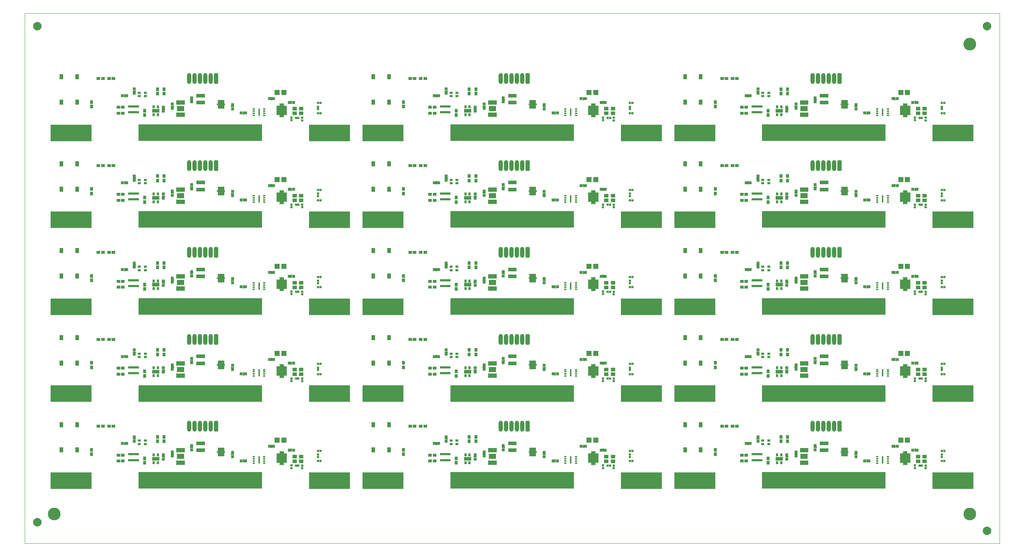
<source format=gts>
G04*
G04 #@! TF.GenerationSoftware,Altium Limited,Altium Designer,21.4.1 (30)*
G04*
G04 Layer_Color=8388736*
%FSLAX44Y44*%
%MOMM*%
G71*
G04*
G04 #@! TF.SameCoordinates,2D73B175-FFCD-4784-8361-F00341A9FACE*
G04*
G04*
G04 #@! TF.FilePolarity,Negative*
G04*
G01*
G75*
%ADD41C,0.1000*%
%ADD44C,2.0000*%
%ADD51R,1.6000X2.0000*%
%ADD52R,1.0800X3.2800*%
%ADD53R,2.4900X2.2800*%
%ADD54C,3.0000*%
%ADD55R,0.7032X0.8532*%
%ADD56R,0.9032X1.2032*%
%ADD57R,0.5532X0.7532*%
%ADD58R,1.8032X0.9032*%
%ADD59R,0.7032X0.5032*%
%ADD60R,0.9532X0.8032*%
%ADD61R,1.0032X0.9032*%
%ADD62R,0.7532X0.4032*%
%ADD63R,0.4032X0.7532*%
%ADD64R,1.2632X1.2232*%
%ADD65R,0.5032X0.5032*%
%ADD66R,0.3200X1.7200*%
%ADD67R,0.6200X0.3700*%
G04:AMPARAMS|DCode=68|XSize=2.6032mm|YSize=0.9632mm|CornerRadius=0mm|HoleSize=0mm|Usage=FLASHONLY|Rotation=270.000|XOffset=0mm|YOffset=0mm|HoleType=Round|Shape=Octagon|*
%AMOCTAGOND68*
4,1,8,-0.2408,-1.3016,0.2408,-1.3016,0.4816,-1.0608,0.4816,1.0608,0.2408,1.3016,-0.2408,1.3016,-0.4816,1.0608,-0.4816,-1.0608,-0.2408,-1.3016,0.0*
%
%ADD68OCTAGOND68*%

%ADD69O,0.9632X2.6032*%
%ADD70R,0.4800X0.3100*%
%ADD71R,0.4800X0.2800*%
%ADD72R,0.2800X0.4800*%
%ADD73R,0.7600X0.8000*%
%ADD74R,0.5032X0.5032*%
%ADD75R,9.7032X4.0032*%
%ADD76R,0.5032X1.0532*%
%ADD77R,1.8032X1.1832*%
%ADD78R,0.6400X0.5900*%
%ADD79R,29.2032X4.0032*%
%ADD80R,0.8000X0.7600*%
%ADD81R,0.8032X0.9532*%
G36*
X1733600Y1067186D02*
X1726000D01*
Y1069786D01*
X1733600D01*
Y1067186D01*
D02*
G37*
G36*
X998200D02*
X990600D01*
Y1069786D01*
X998200D01*
Y1067186D01*
D02*
G37*
G36*
X262800D02*
X255200D01*
Y1069786D01*
X262800D01*
Y1067186D01*
D02*
G37*
G36*
X1708200Y1053885D02*
X1705600D01*
Y1061486D01*
X1708200D01*
Y1053885D01*
D02*
G37*
G36*
X972800D02*
X970200D01*
Y1061486D01*
X972800D01*
Y1053885D01*
D02*
G37*
G36*
X237400D02*
X234800D01*
Y1061486D01*
X237400D01*
Y1053885D01*
D02*
G37*
G36*
X2054600Y1047186D02*
X2052000D01*
Y1054786D01*
X2054600D01*
Y1047186D01*
D02*
G37*
G36*
X1319200D02*
X1316600D01*
Y1054786D01*
X1319200D01*
Y1047186D01*
D02*
G37*
G36*
X583800D02*
X581200D01*
Y1054786D01*
X583800D01*
Y1047186D01*
D02*
G37*
G36*
X1868600Y1046786D02*
X1861000D01*
Y1049386D01*
X1868600D01*
Y1046786D01*
D02*
G37*
G36*
X1133200D02*
X1125600D01*
Y1049386D01*
X1133200D01*
Y1046786D01*
D02*
G37*
G36*
X397800D02*
X390200D01*
Y1049386D01*
X397800D01*
Y1046786D01*
D02*
G37*
G36*
X2101500Y1038186D02*
X2098900D01*
Y1045786D01*
X2101500D01*
Y1038186D01*
D02*
G37*
G36*
X1366100D02*
X1363500D01*
Y1045786D01*
X1366100D01*
Y1038186D01*
D02*
G37*
G36*
X630700D02*
X628100D01*
Y1045786D01*
X630700D01*
Y1038186D01*
D02*
G37*
G36*
X1823300Y1031685D02*
X1815700D01*
Y1034286D01*
X1823300D01*
Y1031685D01*
D02*
G37*
G36*
X1087900D02*
X1080300D01*
Y1034286D01*
X1087900D01*
Y1031685D01*
D02*
G37*
G36*
X352500D02*
X344900D01*
Y1034286D01*
X352500D01*
Y1031685D01*
D02*
G37*
G36*
X1965000Y1030585D02*
X1957400D01*
Y1033186D01*
X1965000D01*
Y1030585D01*
D02*
G37*
G36*
X1229600D02*
X1222000D01*
Y1033186D01*
X1229600D01*
Y1030585D01*
D02*
G37*
G36*
X494200D02*
X486600D01*
Y1033186D01*
X494200D01*
Y1030585D01*
D02*
G37*
G36*
X1802000Y1024786D02*
X1794400D01*
Y1027385D01*
X1802000D01*
Y1024786D01*
D02*
G37*
G36*
X1066600D02*
X1059000D01*
Y1027385D01*
X1066600D01*
Y1024786D01*
D02*
G37*
G36*
X331200D02*
X323600D01*
Y1027385D01*
X331200D01*
Y1024786D01*
D02*
G37*
G36*
X1988300Y1013085D02*
X1985700D01*
Y1020686D01*
X1988300D01*
Y1013085D01*
D02*
G37*
G36*
X1252900D02*
X1250300D01*
Y1020686D01*
X1252900D01*
Y1013085D01*
D02*
G37*
G36*
X517500D02*
X514900D01*
Y1020686D01*
X517500D01*
Y1013085D01*
D02*
G37*
G36*
X1733600Y861814D02*
X1726000D01*
Y864414D01*
X1733600D01*
Y861814D01*
D02*
G37*
G36*
X998200D02*
X990600D01*
Y864414D01*
X998200D01*
Y861814D01*
D02*
G37*
G36*
X262800D02*
X255200D01*
Y864414D01*
X262800D01*
Y861814D01*
D02*
G37*
G36*
X1708200Y848514D02*
X1705600D01*
Y856114D01*
X1708200D01*
Y848514D01*
D02*
G37*
G36*
X972800D02*
X970200D01*
Y856114D01*
X972800D01*
Y848514D01*
D02*
G37*
G36*
X237400D02*
X234800D01*
Y856114D01*
X237400D01*
Y848514D01*
D02*
G37*
G36*
X2054600Y841814D02*
X2052000D01*
Y849414D01*
X2054600D01*
Y841814D01*
D02*
G37*
G36*
X1319200D02*
X1316600D01*
Y849414D01*
X1319200D01*
Y841814D01*
D02*
G37*
G36*
X583800D02*
X581200D01*
Y849414D01*
X583800D01*
Y841814D01*
D02*
G37*
G36*
X1868600Y841414D02*
X1861000D01*
Y844014D01*
X1868600D01*
Y841414D01*
D02*
G37*
G36*
X1133200D02*
X1125600D01*
Y844014D01*
X1133200D01*
Y841414D01*
D02*
G37*
G36*
X397800D02*
X390200D01*
Y844014D01*
X397800D01*
Y841414D01*
D02*
G37*
G36*
X2101500Y832814D02*
X2098900D01*
Y840414D01*
X2101500D01*
Y832814D01*
D02*
G37*
G36*
X1366100D02*
X1363500D01*
Y840414D01*
X1366100D01*
Y832814D01*
D02*
G37*
G36*
X630700D02*
X628100D01*
Y840414D01*
X630700D01*
Y832814D01*
D02*
G37*
G36*
X1823300Y826314D02*
X1815700D01*
Y828914D01*
X1823300D01*
Y826314D01*
D02*
G37*
G36*
X1087900D02*
X1080300D01*
Y828914D01*
X1087900D01*
Y826314D01*
D02*
G37*
G36*
X352500D02*
X344900D01*
Y828914D01*
X352500D01*
Y826314D01*
D02*
G37*
G36*
X1965000Y825214D02*
X1957400D01*
Y827814D01*
X1965000D01*
Y825214D01*
D02*
G37*
G36*
X1229600D02*
X1222000D01*
Y827814D01*
X1229600D01*
Y825214D01*
D02*
G37*
G36*
X494200D02*
X486600D01*
Y827814D01*
X494200D01*
Y825214D01*
D02*
G37*
G36*
X1802000Y819414D02*
X1794400D01*
Y822014D01*
X1802000D01*
Y819414D01*
D02*
G37*
G36*
X1066600D02*
X1059000D01*
Y822014D01*
X1066600D01*
Y819414D01*
D02*
G37*
G36*
X331200D02*
X323600D01*
Y822014D01*
X331200D01*
Y819414D01*
D02*
G37*
G36*
X1988300Y807714D02*
X1985700D01*
Y815314D01*
X1988300D01*
Y807714D01*
D02*
G37*
G36*
X1252900D02*
X1250300D01*
Y815314D01*
X1252900D01*
Y807714D01*
D02*
G37*
G36*
X517500D02*
X514900D01*
Y815314D01*
X517500D01*
Y807714D01*
D02*
G37*
G36*
X1733600Y656443D02*
X1726000D01*
Y659043D01*
X1733600D01*
Y656443D01*
D02*
G37*
G36*
X998200D02*
X990600D01*
Y659043D01*
X998200D01*
Y656443D01*
D02*
G37*
G36*
X262800D02*
X255200D01*
Y659043D01*
X262800D01*
Y656443D01*
D02*
G37*
G36*
X1708200Y643143D02*
X1705600D01*
Y650743D01*
X1708200D01*
Y643143D01*
D02*
G37*
G36*
X972800D02*
X970200D01*
Y650743D01*
X972800D01*
Y643143D01*
D02*
G37*
G36*
X237400D02*
X234800D01*
Y650743D01*
X237400D01*
Y643143D01*
D02*
G37*
G36*
X2054600Y636443D02*
X2052000D01*
Y644043D01*
X2054600D01*
Y636443D01*
D02*
G37*
G36*
X1319200D02*
X1316600D01*
Y644043D01*
X1319200D01*
Y636443D01*
D02*
G37*
G36*
X583800D02*
X581200D01*
Y644043D01*
X583800D01*
Y636443D01*
D02*
G37*
G36*
X1868600Y636043D02*
X1861000D01*
Y638643D01*
X1868600D01*
Y636043D01*
D02*
G37*
G36*
X1133200D02*
X1125600D01*
Y638643D01*
X1133200D01*
Y636043D01*
D02*
G37*
G36*
X397800D02*
X390200D01*
Y638643D01*
X397800D01*
Y636043D01*
D02*
G37*
G36*
X2101500Y627443D02*
X2098900D01*
Y635043D01*
X2101500D01*
Y627443D01*
D02*
G37*
G36*
X1366100D02*
X1363500D01*
Y635043D01*
X1366100D01*
Y627443D01*
D02*
G37*
G36*
X630700D02*
X628100D01*
Y635043D01*
X630700D01*
Y627443D01*
D02*
G37*
G36*
X1823300Y620943D02*
X1815700D01*
Y623543D01*
X1823300D01*
Y620943D01*
D02*
G37*
G36*
X1087900D02*
X1080300D01*
Y623543D01*
X1087900D01*
Y620943D01*
D02*
G37*
G36*
X352500D02*
X344900D01*
Y623543D01*
X352500D01*
Y620943D01*
D02*
G37*
G36*
X1965000Y619843D02*
X1957400D01*
Y622443D01*
X1965000D01*
Y619843D01*
D02*
G37*
G36*
X1229600D02*
X1222000D01*
Y622443D01*
X1229600D01*
Y619843D01*
D02*
G37*
G36*
X494200D02*
X486600D01*
Y622443D01*
X494200D01*
Y619843D01*
D02*
G37*
G36*
X1802000Y614043D02*
X1794400D01*
Y616643D01*
X1802000D01*
Y614043D01*
D02*
G37*
G36*
X1066600D02*
X1059000D01*
Y616643D01*
X1066600D01*
Y614043D01*
D02*
G37*
G36*
X331200D02*
X323600D01*
Y616643D01*
X331200D01*
Y614043D01*
D02*
G37*
G36*
X1988300Y602343D02*
X1985700D01*
Y609943D01*
X1988300D01*
Y602343D01*
D02*
G37*
G36*
X1252900D02*
X1250300D01*
Y609943D01*
X1252900D01*
Y602343D01*
D02*
G37*
G36*
X517500D02*
X514900D01*
Y609943D01*
X517500D01*
Y602343D01*
D02*
G37*
G36*
X1733600Y451071D02*
X1726000D01*
Y453671D01*
X1733600D01*
Y451071D01*
D02*
G37*
G36*
X998200D02*
X990600D01*
Y453671D01*
X998200D01*
Y451071D01*
D02*
G37*
G36*
X262800D02*
X255200D01*
Y453671D01*
X262800D01*
Y451071D01*
D02*
G37*
G36*
X1708200Y437771D02*
X1705600D01*
Y445371D01*
X1708200D01*
Y437771D01*
D02*
G37*
G36*
X972800D02*
X970200D01*
Y445371D01*
X972800D01*
Y437771D01*
D02*
G37*
G36*
X237400D02*
X234800D01*
Y445371D01*
X237400D01*
Y437771D01*
D02*
G37*
G36*
X2054600Y431071D02*
X2052000D01*
Y438671D01*
X2054600D01*
Y431071D01*
D02*
G37*
G36*
X1319200D02*
X1316600D01*
Y438671D01*
X1319200D01*
Y431071D01*
D02*
G37*
G36*
X583800D02*
X581200D01*
Y438671D01*
X583800D01*
Y431071D01*
D02*
G37*
G36*
X1868600Y430671D02*
X1861000D01*
Y433271D01*
X1868600D01*
Y430671D01*
D02*
G37*
G36*
X1133200D02*
X1125600D01*
Y433271D01*
X1133200D01*
Y430671D01*
D02*
G37*
G36*
X397800D02*
X390200D01*
Y433271D01*
X397800D01*
Y430671D01*
D02*
G37*
G36*
X2101500Y422071D02*
X2098900D01*
Y429671D01*
X2101500D01*
Y422071D01*
D02*
G37*
G36*
X1366100D02*
X1363500D01*
Y429671D01*
X1366100D01*
Y422071D01*
D02*
G37*
G36*
X630700D02*
X628100D01*
Y429671D01*
X630700D01*
Y422071D01*
D02*
G37*
G36*
X1823300Y415571D02*
X1815700D01*
Y418171D01*
X1823300D01*
Y415571D01*
D02*
G37*
G36*
X1087900D02*
X1080300D01*
Y418171D01*
X1087900D01*
Y415571D01*
D02*
G37*
G36*
X352500D02*
X344900D01*
Y418171D01*
X352500D01*
Y415571D01*
D02*
G37*
G36*
X1965000Y414471D02*
X1957400D01*
Y417071D01*
X1965000D01*
Y414471D01*
D02*
G37*
G36*
X1229600D02*
X1222000D01*
Y417071D01*
X1229600D01*
Y414471D01*
D02*
G37*
G36*
X494200D02*
X486600D01*
Y417071D01*
X494200D01*
Y414471D01*
D02*
G37*
G36*
X1802000Y408671D02*
X1794400D01*
Y411271D01*
X1802000D01*
Y408671D01*
D02*
G37*
G36*
X1066600D02*
X1059000D01*
Y411271D01*
X1066600D01*
Y408671D01*
D02*
G37*
G36*
X331200D02*
X323600D01*
Y411271D01*
X331200D01*
Y408671D01*
D02*
G37*
G36*
X1988300Y396971D02*
X1985700D01*
Y404571D01*
X1988300D01*
Y396971D01*
D02*
G37*
G36*
X1252900D02*
X1250300D01*
Y404571D01*
X1252900D01*
Y396971D01*
D02*
G37*
G36*
X517500D02*
X514900D01*
Y404571D01*
X517500D01*
Y396971D01*
D02*
G37*
G36*
X1733600Y245700D02*
X1726000D01*
Y248300D01*
X1733600D01*
Y245700D01*
D02*
G37*
G36*
X998200D02*
X990600D01*
Y248300D01*
X998200D01*
Y245700D01*
D02*
G37*
G36*
X262800D02*
X255200D01*
Y248300D01*
X262800D01*
Y245700D01*
D02*
G37*
G36*
X1708200Y232400D02*
X1705600D01*
Y240000D01*
X1708200D01*
Y232400D01*
D02*
G37*
G36*
X972800D02*
X970200D01*
Y240000D01*
X972800D01*
Y232400D01*
D02*
G37*
G36*
X237400D02*
X234800D01*
Y240000D01*
X237400D01*
Y232400D01*
D02*
G37*
G36*
X2054600Y225700D02*
X2052000D01*
Y233300D01*
X2054600D01*
Y225700D01*
D02*
G37*
G36*
X1319200D02*
X1316600D01*
Y233300D01*
X1319200D01*
Y225700D01*
D02*
G37*
G36*
X583800D02*
X581200D01*
Y233300D01*
X583800D01*
Y225700D01*
D02*
G37*
G36*
X1868600Y225300D02*
X1861000D01*
Y227900D01*
X1868600D01*
Y225300D01*
D02*
G37*
G36*
X1133200D02*
X1125600D01*
Y227900D01*
X1133200D01*
Y225300D01*
D02*
G37*
G36*
X397800D02*
X390200D01*
Y227900D01*
X397800D01*
Y225300D01*
D02*
G37*
G36*
X2101500Y216700D02*
X2098900D01*
Y224300D01*
X2101500D01*
Y216700D01*
D02*
G37*
G36*
X1366100D02*
X1363500D01*
Y224300D01*
X1366100D01*
Y216700D01*
D02*
G37*
G36*
X630700D02*
X628100D01*
Y224300D01*
X630700D01*
Y216700D01*
D02*
G37*
G36*
X1823300Y210200D02*
X1815700D01*
Y212800D01*
X1823300D01*
Y210200D01*
D02*
G37*
G36*
X1087900D02*
X1080300D01*
Y212800D01*
X1087900D01*
Y210200D01*
D02*
G37*
G36*
X352500D02*
X344900D01*
Y212800D01*
X352500D01*
Y210200D01*
D02*
G37*
G36*
X1965000Y209100D02*
X1957400D01*
Y211700D01*
X1965000D01*
Y209100D01*
D02*
G37*
G36*
X1229600D02*
X1222000D01*
Y211700D01*
X1229600D01*
Y209100D01*
D02*
G37*
G36*
X494200D02*
X486600D01*
Y211700D01*
X494200D01*
Y209100D01*
D02*
G37*
G36*
X1802000Y203300D02*
X1794400D01*
Y205900D01*
X1802000D01*
Y203300D01*
D02*
G37*
G36*
X1066600D02*
X1059000D01*
Y205900D01*
X1066600D01*
Y203300D01*
D02*
G37*
G36*
X331200D02*
X323600D01*
Y205900D01*
X331200D01*
Y203300D01*
D02*
G37*
G36*
X1988300Y191600D02*
X1985700D01*
Y199200D01*
X1988300D01*
Y191600D01*
D02*
G37*
G36*
X1252900D02*
X1250300D01*
Y199200D01*
X1252900D01*
Y191600D01*
D02*
G37*
G36*
X517500D02*
X514900D01*
Y199200D01*
X517500D01*
Y191600D01*
D02*
G37*
D41*
X2300000Y0D02*
Y1252400D01*
X-0Y0D02*
X0Y1252400D01*
X-0D02*
X2300000D01*
X0Y0D02*
X2300000D01*
D44*
X30000Y1222400D02*
D03*
Y50000D02*
D03*
X2270000Y30000D02*
D03*
Y1222400D02*
D03*
D51*
X463300Y216350D02*
D03*
X1198700D02*
D03*
X1934100D02*
D03*
X463300Y421721D02*
D03*
X1198700D02*
D03*
X1934100D02*
D03*
X463300Y627093D02*
D03*
X1198700D02*
D03*
X1934100D02*
D03*
X463300Y832464D02*
D03*
X1198700D02*
D03*
X1934100D02*
D03*
X463300Y1037835D02*
D03*
X1198700D02*
D03*
X1934100D02*
D03*
D52*
X606300Y201800D02*
D03*
X1341700D02*
D03*
X2077100D02*
D03*
X606300Y407171D02*
D03*
X1341700D02*
D03*
X2077100D02*
D03*
X606300Y612543D02*
D03*
X1341700D02*
D03*
X2077100D02*
D03*
X606300Y817914D02*
D03*
X1341700D02*
D03*
X2077100D02*
D03*
X606300Y1023286D02*
D03*
X1341700D02*
D03*
X2077100D02*
D03*
D53*
X606250Y201800D02*
D03*
X1341650D02*
D03*
X2077050D02*
D03*
X606250Y407171D02*
D03*
X1341650D02*
D03*
X2077050D02*
D03*
X606250Y612543D02*
D03*
X1341650D02*
D03*
X2077050D02*
D03*
X606250Y817914D02*
D03*
X1341650D02*
D03*
X2077050D02*
D03*
X606250Y1023286D02*
D03*
X1341650D02*
D03*
X2077050D02*
D03*
D54*
X70000Y70000D02*
D03*
X2230000D02*
D03*
Y1180000D02*
D03*
D55*
X408700Y236550D02*
D03*
X415200D02*
D03*
X421700D02*
D03*
Y220050D02*
D03*
X415200D02*
D03*
X408700D02*
D03*
X1144100Y236550D02*
D03*
X1150600D02*
D03*
X1157100D02*
D03*
Y220050D02*
D03*
X1150600D02*
D03*
X1144100D02*
D03*
X1879500Y236550D02*
D03*
X1886000D02*
D03*
X1892500D02*
D03*
Y220050D02*
D03*
X1886000D02*
D03*
X1879500D02*
D03*
X408700Y441921D02*
D03*
X415200D02*
D03*
X421700D02*
D03*
Y425421D02*
D03*
X415200D02*
D03*
X408700D02*
D03*
X1144100Y441921D02*
D03*
X1150600D02*
D03*
X1157100D02*
D03*
Y425421D02*
D03*
X1150600D02*
D03*
X1144100D02*
D03*
X1879500Y441921D02*
D03*
X1886000D02*
D03*
X1892500D02*
D03*
Y425421D02*
D03*
X1886000D02*
D03*
X1879500D02*
D03*
X408700Y647293D02*
D03*
X415200D02*
D03*
X421700D02*
D03*
Y630793D02*
D03*
X415200D02*
D03*
X408700D02*
D03*
X1144100Y647293D02*
D03*
X1150600D02*
D03*
X1157100D02*
D03*
Y630793D02*
D03*
X1150600D02*
D03*
X1144100D02*
D03*
X1879500Y647293D02*
D03*
X1886000D02*
D03*
X1892500D02*
D03*
Y630793D02*
D03*
X1886000D02*
D03*
X1879500D02*
D03*
X408700Y852664D02*
D03*
X415200D02*
D03*
X421700D02*
D03*
Y836164D02*
D03*
X415200D02*
D03*
X408700D02*
D03*
X1144100Y852664D02*
D03*
X1150600D02*
D03*
X1157100D02*
D03*
Y836164D02*
D03*
X1150600D02*
D03*
X1144100D02*
D03*
X1879500Y852664D02*
D03*
X1886000D02*
D03*
X1892500D02*
D03*
Y836164D02*
D03*
X1886000D02*
D03*
X1879500D02*
D03*
X408700Y1058036D02*
D03*
X415200D02*
D03*
X421700D02*
D03*
Y1041535D02*
D03*
X415200D02*
D03*
X408700D02*
D03*
X1144100Y1058036D02*
D03*
X1150600D02*
D03*
X1157100D02*
D03*
Y1041535D02*
D03*
X1150600D02*
D03*
X1144100D02*
D03*
X1879500Y1058036D02*
D03*
X1886000D02*
D03*
X1892500D02*
D03*
Y1041535D02*
D03*
X1886000D02*
D03*
X1879500D02*
D03*
D56*
X87100Y221000D02*
D03*
Y281000D02*
D03*
X124100Y221000D02*
D03*
Y281000D02*
D03*
X822500Y221000D02*
D03*
Y281000D02*
D03*
X859500Y221000D02*
D03*
Y281000D02*
D03*
X1557900Y221000D02*
D03*
Y281000D02*
D03*
X1594900Y221000D02*
D03*
Y281000D02*
D03*
X87100Y426371D02*
D03*
Y486371D02*
D03*
X124100Y426371D02*
D03*
Y486371D02*
D03*
X822500Y426371D02*
D03*
Y486371D02*
D03*
X859500Y426371D02*
D03*
Y486371D02*
D03*
X1557900Y426371D02*
D03*
Y486371D02*
D03*
X1594900Y426371D02*
D03*
Y486371D02*
D03*
X87100Y631743D02*
D03*
Y691743D02*
D03*
X124100Y631743D02*
D03*
Y691743D02*
D03*
X822500Y631743D02*
D03*
Y691743D02*
D03*
X859500Y631743D02*
D03*
Y691743D02*
D03*
X1557900Y631743D02*
D03*
Y691743D02*
D03*
X1594900Y631743D02*
D03*
Y691743D02*
D03*
X87100Y837114D02*
D03*
Y897114D02*
D03*
X124100Y837114D02*
D03*
Y897114D02*
D03*
X822500Y837114D02*
D03*
Y897114D02*
D03*
X859500Y837114D02*
D03*
Y897114D02*
D03*
X1557900Y837114D02*
D03*
Y897114D02*
D03*
X1594900Y837114D02*
D03*
Y897114D02*
D03*
X87100Y1042486D02*
D03*
Y1102486D02*
D03*
X124100Y1042486D02*
D03*
Y1102486D02*
D03*
X822500Y1042486D02*
D03*
Y1102486D02*
D03*
X859500Y1042486D02*
D03*
Y1102486D02*
D03*
X1557900Y1042486D02*
D03*
Y1102486D02*
D03*
X1594900Y1042486D02*
D03*
Y1102486D02*
D03*
D57*
X314400Y209750D02*
D03*
X304400D02*
D03*
Y191250D02*
D03*
X314400D02*
D03*
X1049800Y209750D02*
D03*
X1039800D02*
D03*
Y191250D02*
D03*
X1049800D02*
D03*
X1785200Y209750D02*
D03*
X1775200D02*
D03*
Y191250D02*
D03*
X1785200D02*
D03*
X314400Y415121D02*
D03*
X304400D02*
D03*
Y396621D02*
D03*
X314400D02*
D03*
X1049800Y415121D02*
D03*
X1039800D02*
D03*
Y396621D02*
D03*
X1049800D02*
D03*
X1785200Y415121D02*
D03*
X1775200D02*
D03*
Y396621D02*
D03*
X1785200D02*
D03*
X314400Y620493D02*
D03*
X304400D02*
D03*
Y601993D02*
D03*
X314400D02*
D03*
X1049800Y620493D02*
D03*
X1039800D02*
D03*
Y601993D02*
D03*
X1049800D02*
D03*
X1785200Y620493D02*
D03*
X1775200D02*
D03*
Y601993D02*
D03*
X1785200D02*
D03*
X314400Y825864D02*
D03*
X304400D02*
D03*
Y807364D02*
D03*
X314400D02*
D03*
X1049800Y825864D02*
D03*
X1039800D02*
D03*
Y807364D02*
D03*
X1049800D02*
D03*
X1785200Y825864D02*
D03*
X1775200D02*
D03*
Y807364D02*
D03*
X1785200D02*
D03*
X314400Y1031236D02*
D03*
X304400D02*
D03*
Y1012736D02*
D03*
X314400D02*
D03*
X1049800Y1031236D02*
D03*
X1039800D02*
D03*
Y1012736D02*
D03*
X1049800D02*
D03*
X1785200Y1031236D02*
D03*
X1775200D02*
D03*
Y1012736D02*
D03*
X1785200D02*
D03*
D58*
X309400Y200500D02*
D03*
X1044800D02*
D03*
X1780200D02*
D03*
X309400Y405871D02*
D03*
X1044800D02*
D03*
X1780200D02*
D03*
X309400Y611243D02*
D03*
X1044800D02*
D03*
X1780200D02*
D03*
X309400Y816614D02*
D03*
X1044800D02*
D03*
X1780200D02*
D03*
X309400Y1021985D02*
D03*
X1044800D02*
D03*
X1780200D02*
D03*
D59*
X284500Y235100D02*
D03*
Y243100D02*
D03*
X270500D02*
D03*
Y235100D02*
D03*
X1019900D02*
D03*
Y243100D02*
D03*
X1005900D02*
D03*
Y235100D02*
D03*
X1755300D02*
D03*
Y243100D02*
D03*
X1741300D02*
D03*
Y235100D02*
D03*
X284500Y440471D02*
D03*
Y448471D02*
D03*
X270500D02*
D03*
Y440471D02*
D03*
X1019900D02*
D03*
Y448471D02*
D03*
X1005900D02*
D03*
Y440471D02*
D03*
X1755300D02*
D03*
Y448471D02*
D03*
X1741300D02*
D03*
Y440471D02*
D03*
X284500Y645843D02*
D03*
Y653843D02*
D03*
X270500D02*
D03*
Y645843D02*
D03*
X1019900D02*
D03*
Y653843D02*
D03*
X1005900D02*
D03*
Y645843D02*
D03*
X1755300D02*
D03*
Y653843D02*
D03*
X1741300D02*
D03*
Y645843D02*
D03*
X284500Y851214D02*
D03*
Y859214D02*
D03*
X270500D02*
D03*
Y851214D02*
D03*
X1019900D02*
D03*
Y859214D02*
D03*
X1005900D02*
D03*
Y851214D02*
D03*
X1755300D02*
D03*
Y859214D02*
D03*
X1741300D02*
D03*
Y851214D02*
D03*
X284500Y1056585D02*
D03*
Y1064585D02*
D03*
X270500D02*
D03*
Y1056585D02*
D03*
X1019900D02*
D03*
Y1064585D02*
D03*
X1005900D02*
D03*
Y1056585D02*
D03*
X1755300D02*
D03*
Y1064585D02*
D03*
X1741300D02*
D03*
Y1056585D02*
D03*
D60*
X221150Y208900D02*
D03*
X231650D02*
D03*
X199250Y276900D02*
D03*
X209750D02*
D03*
X174350D02*
D03*
X184850D02*
D03*
X231650Y194700D02*
D03*
X221150D02*
D03*
X956550Y208900D02*
D03*
X967050D02*
D03*
X934650Y276900D02*
D03*
X945150D02*
D03*
X909750D02*
D03*
X920250D02*
D03*
X967050Y194700D02*
D03*
X956550D02*
D03*
X1691950Y208900D02*
D03*
X1702450D02*
D03*
X1670050Y276900D02*
D03*
X1680550D02*
D03*
X1645150D02*
D03*
X1655650D02*
D03*
X1702450Y194700D02*
D03*
X1691950D02*
D03*
X221150Y414271D02*
D03*
X231650D02*
D03*
X199250Y482271D02*
D03*
X209750D02*
D03*
X174350D02*
D03*
X184850D02*
D03*
X231650Y400071D02*
D03*
X221150D02*
D03*
X956550Y414271D02*
D03*
X967050D02*
D03*
X934650Y482271D02*
D03*
X945150D02*
D03*
X909750D02*
D03*
X920250D02*
D03*
X967050Y400071D02*
D03*
X956550D02*
D03*
X1691950Y414271D02*
D03*
X1702450D02*
D03*
X1670050Y482271D02*
D03*
X1680550D02*
D03*
X1645150D02*
D03*
X1655650D02*
D03*
X1702450Y400071D02*
D03*
X1691950D02*
D03*
X221150Y619643D02*
D03*
X231650D02*
D03*
X199250Y687643D02*
D03*
X209750D02*
D03*
X174350D02*
D03*
X184850D02*
D03*
X231650Y605443D02*
D03*
X221150D02*
D03*
X956550Y619643D02*
D03*
X967050D02*
D03*
X934650Y687643D02*
D03*
X945150D02*
D03*
X909750D02*
D03*
X920250D02*
D03*
X967050Y605443D02*
D03*
X956550D02*
D03*
X1691950Y619643D02*
D03*
X1702450D02*
D03*
X1670050Y687643D02*
D03*
X1680550D02*
D03*
X1645150D02*
D03*
X1655650D02*
D03*
X1702450Y605443D02*
D03*
X1691950D02*
D03*
X221150Y825014D02*
D03*
X231650D02*
D03*
X199250Y893014D02*
D03*
X209750D02*
D03*
X174350D02*
D03*
X184850D02*
D03*
X231650Y810814D02*
D03*
X221150D02*
D03*
X956550Y825014D02*
D03*
X967050D02*
D03*
X934650Y893014D02*
D03*
X945150D02*
D03*
X909750D02*
D03*
X920250D02*
D03*
X967050Y810814D02*
D03*
X956550D02*
D03*
X1691950Y825014D02*
D03*
X1702450D02*
D03*
X1670050Y893014D02*
D03*
X1680550D02*
D03*
X1645150D02*
D03*
X1655650D02*
D03*
X1702450Y810814D02*
D03*
X1691950D02*
D03*
X221150Y1030386D02*
D03*
X231650D02*
D03*
X199250Y1098385D02*
D03*
X209750D02*
D03*
X174350D02*
D03*
X184850D02*
D03*
X231650Y1016186D02*
D03*
X221150D02*
D03*
X956550Y1030386D02*
D03*
X967050D02*
D03*
X934650Y1098385D02*
D03*
X945150D02*
D03*
X909750D02*
D03*
X920250D02*
D03*
X967050Y1016186D02*
D03*
X956550D02*
D03*
X1691950Y1030386D02*
D03*
X1702450D02*
D03*
X1670050Y1098385D02*
D03*
X1680550D02*
D03*
X1645150D02*
D03*
X1655650D02*
D03*
X1702450Y1016186D02*
D03*
X1691950D02*
D03*
D61*
X652500Y205500D02*
D03*
Y194500D02*
D03*
X636700Y205500D02*
D03*
Y194500D02*
D03*
X1387900Y205500D02*
D03*
Y194500D02*
D03*
X1372100Y205500D02*
D03*
Y194500D02*
D03*
X2123300Y205500D02*
D03*
Y194500D02*
D03*
X2107500Y205500D02*
D03*
Y194500D02*
D03*
X652500Y410871D02*
D03*
Y399871D02*
D03*
X636700Y410871D02*
D03*
Y399871D02*
D03*
X1387900Y410871D02*
D03*
Y399871D02*
D03*
X1372100Y410871D02*
D03*
Y399871D02*
D03*
X2123300Y410871D02*
D03*
Y399871D02*
D03*
X2107500Y410871D02*
D03*
Y399871D02*
D03*
X652500Y616243D02*
D03*
Y605243D02*
D03*
X636700Y616243D02*
D03*
Y605243D02*
D03*
X1387900Y616243D02*
D03*
Y605243D02*
D03*
X1372100Y616243D02*
D03*
Y605243D02*
D03*
X2123300Y616243D02*
D03*
Y605243D02*
D03*
X2107500Y616243D02*
D03*
Y605243D02*
D03*
X652500Y821614D02*
D03*
Y810614D02*
D03*
X636700Y821614D02*
D03*
Y810614D02*
D03*
X1387900Y821614D02*
D03*
Y810614D02*
D03*
X1372100Y821614D02*
D03*
Y810614D02*
D03*
X2123300Y821614D02*
D03*
Y810614D02*
D03*
X2107500Y821614D02*
D03*
Y810614D02*
D03*
X652500Y1026985D02*
D03*
Y1015985D02*
D03*
X636700Y1026985D02*
D03*
Y1015985D02*
D03*
X1387900Y1026985D02*
D03*
Y1015985D02*
D03*
X1372100Y1026985D02*
D03*
Y1015985D02*
D03*
X2123300Y1026985D02*
D03*
Y1015985D02*
D03*
X2107500Y1026985D02*
D03*
Y1015985D02*
D03*
D62*
X469550Y216350D02*
D03*
X457050D02*
D03*
X1204950D02*
D03*
X1192450D02*
D03*
X1940350D02*
D03*
X1927850D02*
D03*
X469550Y421721D02*
D03*
X457050D02*
D03*
X1204950D02*
D03*
X1192450D02*
D03*
X1940350D02*
D03*
X1927850D02*
D03*
X469550Y627093D02*
D03*
X457050D02*
D03*
X1204950D02*
D03*
X1192450D02*
D03*
X1940350D02*
D03*
X1927850D02*
D03*
X469550Y832464D02*
D03*
X457050D02*
D03*
X1204950D02*
D03*
X1192450D02*
D03*
X1940350D02*
D03*
X1927850D02*
D03*
X469550Y1037835D02*
D03*
X457050D02*
D03*
X1204950D02*
D03*
X1192450D02*
D03*
X1940350D02*
D03*
X1927850D02*
D03*
D63*
X457300Y210100D02*
D03*
X461300D02*
D03*
X465300D02*
D03*
X469300D02*
D03*
Y222600D02*
D03*
X465300D02*
D03*
X461300D02*
D03*
X457300D02*
D03*
X1192700Y210100D02*
D03*
X1196700D02*
D03*
X1200700D02*
D03*
X1204700D02*
D03*
Y222600D02*
D03*
X1200700D02*
D03*
X1196700D02*
D03*
X1192700D02*
D03*
X1928100Y210100D02*
D03*
X1932100D02*
D03*
X1936100D02*
D03*
X1940100D02*
D03*
Y222600D02*
D03*
X1936100D02*
D03*
X1932100D02*
D03*
X1928100D02*
D03*
X457300Y415471D02*
D03*
X461300D02*
D03*
X465300D02*
D03*
X469300D02*
D03*
Y427971D02*
D03*
X465300D02*
D03*
X461300D02*
D03*
X457300D02*
D03*
X1192700Y415471D02*
D03*
X1196700D02*
D03*
X1200700D02*
D03*
X1204700D02*
D03*
Y427971D02*
D03*
X1200700D02*
D03*
X1196700D02*
D03*
X1192700D02*
D03*
X1928100Y415471D02*
D03*
X1932100D02*
D03*
X1936100D02*
D03*
X1940100D02*
D03*
Y427971D02*
D03*
X1936100D02*
D03*
X1932100D02*
D03*
X1928100D02*
D03*
X457300Y620843D02*
D03*
X461300D02*
D03*
X465300D02*
D03*
X469300D02*
D03*
Y633343D02*
D03*
X465300D02*
D03*
X461300D02*
D03*
X457300D02*
D03*
X1192700Y620843D02*
D03*
X1196700D02*
D03*
X1200700D02*
D03*
X1204700D02*
D03*
Y633343D02*
D03*
X1200700D02*
D03*
X1196700D02*
D03*
X1192700D02*
D03*
X1928100Y620843D02*
D03*
X1932100D02*
D03*
X1936100D02*
D03*
X1940100D02*
D03*
Y633343D02*
D03*
X1936100D02*
D03*
X1932100D02*
D03*
X1928100D02*
D03*
X457300Y826214D02*
D03*
X461300D02*
D03*
X465300D02*
D03*
X469300D02*
D03*
Y838714D02*
D03*
X465300D02*
D03*
X461300D02*
D03*
X457300D02*
D03*
X1192700Y826214D02*
D03*
X1196700D02*
D03*
X1200700D02*
D03*
X1204700D02*
D03*
Y838714D02*
D03*
X1200700D02*
D03*
X1196700D02*
D03*
X1192700D02*
D03*
X1928100Y826214D02*
D03*
X1932100D02*
D03*
X1936100D02*
D03*
X1940100D02*
D03*
Y838714D02*
D03*
X1936100D02*
D03*
X1932100D02*
D03*
X1928100D02*
D03*
X457300Y1031585D02*
D03*
X461300D02*
D03*
X465300D02*
D03*
X469300D02*
D03*
Y1044085D02*
D03*
X465300D02*
D03*
X461300D02*
D03*
X457300D02*
D03*
X1192700Y1031585D02*
D03*
X1196700D02*
D03*
X1200700D02*
D03*
X1204700D02*
D03*
Y1044085D02*
D03*
X1200700D02*
D03*
X1196700D02*
D03*
X1192700D02*
D03*
X1928100Y1031585D02*
D03*
X1932100D02*
D03*
X1936100D02*
D03*
X1940100D02*
D03*
Y1044085D02*
D03*
X1936100D02*
D03*
X1932100D02*
D03*
X1928100D02*
D03*
D64*
X611900Y243800D02*
D03*
X595900D02*
D03*
X1347300D02*
D03*
X1331300D02*
D03*
X2082700D02*
D03*
X2066700D02*
D03*
X611900Y449171D02*
D03*
X595900D02*
D03*
X1347300D02*
D03*
X1331300D02*
D03*
X2082700D02*
D03*
X2066700D02*
D03*
X611900Y654543D02*
D03*
X595900D02*
D03*
X1347300D02*
D03*
X1331300D02*
D03*
X2082700D02*
D03*
X2066700D02*
D03*
X611900Y859914D02*
D03*
X595900D02*
D03*
X1347300D02*
D03*
X1331300D02*
D03*
X2082700D02*
D03*
X2066700D02*
D03*
X611900Y1065285D02*
D03*
X595900D02*
D03*
X1347300D02*
D03*
X1331300D02*
D03*
X2082700D02*
D03*
X2066700D02*
D03*
D65*
X692400Y204650D02*
D03*
Y210150D02*
D03*
X629300Y178500D02*
D03*
Y184500D02*
D03*
X654600Y178300D02*
D03*
Y184300D02*
D03*
X1427800Y204650D02*
D03*
Y210150D02*
D03*
X1364700Y178500D02*
D03*
Y184500D02*
D03*
X1390000Y178300D02*
D03*
Y184300D02*
D03*
X2163200Y204650D02*
D03*
Y210150D02*
D03*
X2100100Y178500D02*
D03*
Y184500D02*
D03*
X2125400Y178300D02*
D03*
Y184300D02*
D03*
X692400Y410021D02*
D03*
Y415521D02*
D03*
X629300Y383871D02*
D03*
Y389871D02*
D03*
X654600Y383671D02*
D03*
Y389671D02*
D03*
X1427800Y410021D02*
D03*
Y415521D02*
D03*
X1364700Y383871D02*
D03*
Y389871D02*
D03*
X1390000Y383671D02*
D03*
Y389671D02*
D03*
X2163200Y410021D02*
D03*
Y415521D02*
D03*
X2100100Y383871D02*
D03*
Y389871D02*
D03*
X2125400Y383671D02*
D03*
Y389671D02*
D03*
X692400Y615393D02*
D03*
Y620893D02*
D03*
X629300Y589243D02*
D03*
Y595243D02*
D03*
X654600Y589043D02*
D03*
Y595043D02*
D03*
X1427800Y615393D02*
D03*
Y620893D02*
D03*
X1364700Y589243D02*
D03*
Y595243D02*
D03*
X1390000Y589043D02*
D03*
Y595043D02*
D03*
X2163200Y615393D02*
D03*
Y620893D02*
D03*
X2100100Y589243D02*
D03*
Y595243D02*
D03*
X2125400Y589043D02*
D03*
Y595043D02*
D03*
X692400Y820764D02*
D03*
Y826264D02*
D03*
X629300Y794614D02*
D03*
Y800614D02*
D03*
X654600Y794414D02*
D03*
Y800414D02*
D03*
X1427800Y820764D02*
D03*
Y826264D02*
D03*
X1364700Y794614D02*
D03*
Y800614D02*
D03*
X1390000Y794414D02*
D03*
Y800414D02*
D03*
X2163200Y820764D02*
D03*
Y826264D02*
D03*
X2100100Y794614D02*
D03*
Y800614D02*
D03*
X2125400Y794414D02*
D03*
Y800414D02*
D03*
X692400Y1026135D02*
D03*
Y1031636D02*
D03*
X629300Y999986D02*
D03*
Y1005985D02*
D03*
X654600Y999786D02*
D03*
Y1005786D02*
D03*
X1427800Y1026135D02*
D03*
Y1031636D02*
D03*
X1364700Y999986D02*
D03*
Y1005985D02*
D03*
X1390000Y999786D02*
D03*
Y1005786D02*
D03*
X2163200Y1026135D02*
D03*
Y1031636D02*
D03*
X2100100Y999986D02*
D03*
Y1005985D02*
D03*
X2125400Y999786D02*
D03*
Y1005786D02*
D03*
D66*
X552900Y197600D02*
D03*
X1288300D02*
D03*
X2023700D02*
D03*
X552900Y402971D02*
D03*
X1288300D02*
D03*
X2023700D02*
D03*
X552900Y608343D02*
D03*
X1288300D02*
D03*
X2023700D02*
D03*
X552900Y813714D02*
D03*
X1288300D02*
D03*
X2023700D02*
D03*
X552900Y1019085D02*
D03*
X1288300D02*
D03*
X2023700D02*
D03*
D67*
X540400Y205100D02*
D03*
Y200100D02*
D03*
Y195100D02*
D03*
Y190100D02*
D03*
X565500Y205100D02*
D03*
Y200100D02*
D03*
Y195100D02*
D03*
X565400Y190100D02*
D03*
X1275800Y205100D02*
D03*
Y200100D02*
D03*
Y195100D02*
D03*
Y190100D02*
D03*
X1300900Y205100D02*
D03*
Y200100D02*
D03*
Y195100D02*
D03*
X1300800Y190100D02*
D03*
X2011200Y205100D02*
D03*
Y200100D02*
D03*
Y195100D02*
D03*
Y190100D02*
D03*
X2036300Y205100D02*
D03*
Y200100D02*
D03*
Y195100D02*
D03*
X2036200Y190100D02*
D03*
X540400Y410471D02*
D03*
Y405471D02*
D03*
Y400471D02*
D03*
Y395471D02*
D03*
X565500Y410471D02*
D03*
Y405471D02*
D03*
Y400471D02*
D03*
X565400Y395471D02*
D03*
X1275800Y410471D02*
D03*
Y405471D02*
D03*
Y400471D02*
D03*
Y395471D02*
D03*
X1300900Y410471D02*
D03*
Y405471D02*
D03*
Y400471D02*
D03*
X1300800Y395471D02*
D03*
X2011200Y410471D02*
D03*
Y405471D02*
D03*
Y400471D02*
D03*
Y395471D02*
D03*
X2036300Y410471D02*
D03*
Y405471D02*
D03*
Y400471D02*
D03*
X2036200Y395471D02*
D03*
X540400Y615843D02*
D03*
Y610843D02*
D03*
Y605843D02*
D03*
Y600843D02*
D03*
X565500Y615843D02*
D03*
Y610843D02*
D03*
Y605843D02*
D03*
X565400Y600843D02*
D03*
X1275800Y615843D02*
D03*
Y610843D02*
D03*
Y605843D02*
D03*
Y600843D02*
D03*
X1300900Y615843D02*
D03*
Y610843D02*
D03*
Y605843D02*
D03*
X1300800Y600843D02*
D03*
X2011200Y615843D02*
D03*
Y610843D02*
D03*
Y605843D02*
D03*
Y600843D02*
D03*
X2036300Y615843D02*
D03*
Y610843D02*
D03*
Y605843D02*
D03*
X2036200Y600843D02*
D03*
X540400Y821214D02*
D03*
Y816214D02*
D03*
Y811214D02*
D03*
Y806214D02*
D03*
X565500Y821214D02*
D03*
Y816214D02*
D03*
Y811214D02*
D03*
X565400Y806214D02*
D03*
X1275800Y821214D02*
D03*
Y816214D02*
D03*
Y811214D02*
D03*
Y806214D02*
D03*
X1300900Y821214D02*
D03*
Y816214D02*
D03*
Y811214D02*
D03*
X1300800Y806214D02*
D03*
X2011200Y821214D02*
D03*
Y816214D02*
D03*
Y811214D02*
D03*
Y806214D02*
D03*
X2036300Y821214D02*
D03*
Y816214D02*
D03*
Y811214D02*
D03*
X2036200Y806214D02*
D03*
X540400Y1026585D02*
D03*
Y1021585D02*
D03*
Y1016585D02*
D03*
Y1011585D02*
D03*
X565500Y1026585D02*
D03*
Y1021585D02*
D03*
Y1016585D02*
D03*
X565400Y1011585D02*
D03*
X1275800Y1026585D02*
D03*
Y1021585D02*
D03*
Y1016585D02*
D03*
Y1011585D02*
D03*
X1300900Y1026585D02*
D03*
Y1021585D02*
D03*
Y1016585D02*
D03*
X1300800Y1011585D02*
D03*
X2011200Y1026585D02*
D03*
Y1021585D02*
D03*
Y1016585D02*
D03*
Y1011585D02*
D03*
X2036300Y1026585D02*
D03*
Y1021585D02*
D03*
Y1016585D02*
D03*
X2036200Y1011585D02*
D03*
D68*
X451350Y277000D02*
D03*
X1186750D02*
D03*
X1922150D02*
D03*
X451350Y482371D02*
D03*
X1186750D02*
D03*
X1922150D02*
D03*
X451350Y687743D02*
D03*
X1186750D02*
D03*
X1922150D02*
D03*
X451350Y893114D02*
D03*
X1186750D02*
D03*
X1922150D02*
D03*
X451350Y1098485D02*
D03*
X1186750D02*
D03*
X1922150D02*
D03*
D69*
X413250Y277000D02*
D03*
X438650D02*
D03*
X400550D02*
D03*
X425950D02*
D03*
X387850D02*
D03*
X1148650D02*
D03*
X1174050D02*
D03*
X1135950D02*
D03*
X1161350D02*
D03*
X1123250D02*
D03*
X1884050D02*
D03*
X1909450D02*
D03*
X1871350D02*
D03*
X1896750D02*
D03*
X1858650D02*
D03*
X413250Y482371D02*
D03*
X438650D02*
D03*
X400550D02*
D03*
X425950D02*
D03*
X387850D02*
D03*
X1148650D02*
D03*
X1174050D02*
D03*
X1135950D02*
D03*
X1161350D02*
D03*
X1123250D02*
D03*
X1884050D02*
D03*
X1909450D02*
D03*
X1871350D02*
D03*
X1896750D02*
D03*
X1858650D02*
D03*
X413250Y687743D02*
D03*
X438650D02*
D03*
X400550D02*
D03*
X425950D02*
D03*
X387850D02*
D03*
X1148650D02*
D03*
X1174050D02*
D03*
X1135950D02*
D03*
X1161350D02*
D03*
X1123250D02*
D03*
X1884050D02*
D03*
X1909450D02*
D03*
X1871350D02*
D03*
X1896750D02*
D03*
X1858650D02*
D03*
X413250Y893114D02*
D03*
X438650D02*
D03*
X400550D02*
D03*
X425950D02*
D03*
X387850D02*
D03*
X1148650D02*
D03*
X1174050D02*
D03*
X1135950D02*
D03*
X1161350D02*
D03*
X1123250D02*
D03*
X1884050D02*
D03*
X1909450D02*
D03*
X1871350D02*
D03*
X1896750D02*
D03*
X1858650D02*
D03*
X413250Y1098485D02*
D03*
X438650D02*
D03*
X400550D02*
D03*
X425950D02*
D03*
X387850D02*
D03*
X1148650D02*
D03*
X1174050D02*
D03*
X1135950D02*
D03*
X1161350D02*
D03*
X1123250D02*
D03*
X1884050D02*
D03*
X1909450D02*
D03*
X1871350D02*
D03*
X1896750D02*
D03*
X1858650D02*
D03*
D70*
X603300Y197800D02*
D03*
Y201800D02*
D03*
Y205800D02*
D03*
X609300D02*
D03*
Y201800D02*
D03*
Y197800D02*
D03*
X1338700D02*
D03*
Y201800D02*
D03*
Y205800D02*
D03*
X1344700D02*
D03*
Y201800D02*
D03*
Y197800D02*
D03*
X2074100D02*
D03*
Y201800D02*
D03*
Y205800D02*
D03*
X2080100D02*
D03*
Y201800D02*
D03*
Y197800D02*
D03*
X603300Y403171D02*
D03*
Y407171D02*
D03*
Y411171D02*
D03*
X609300D02*
D03*
Y407171D02*
D03*
Y403171D02*
D03*
X1338700D02*
D03*
Y407171D02*
D03*
Y411171D02*
D03*
X1344700D02*
D03*
Y407171D02*
D03*
Y403171D02*
D03*
X2074100D02*
D03*
Y407171D02*
D03*
Y411171D02*
D03*
X2080100D02*
D03*
Y407171D02*
D03*
Y403171D02*
D03*
X603300Y608543D02*
D03*
Y612543D02*
D03*
Y616543D02*
D03*
X609300D02*
D03*
Y612543D02*
D03*
Y608543D02*
D03*
X1338700D02*
D03*
Y612543D02*
D03*
Y616543D02*
D03*
X1344700D02*
D03*
Y612543D02*
D03*
Y608543D02*
D03*
X2074100D02*
D03*
Y612543D02*
D03*
Y616543D02*
D03*
X2080100D02*
D03*
Y612543D02*
D03*
Y608543D02*
D03*
X603300Y813914D02*
D03*
Y817914D02*
D03*
Y821914D02*
D03*
X609300D02*
D03*
Y817914D02*
D03*
Y813914D02*
D03*
X1338700D02*
D03*
Y817914D02*
D03*
Y821914D02*
D03*
X1344700D02*
D03*
Y817914D02*
D03*
Y813914D02*
D03*
X2074100D02*
D03*
Y817914D02*
D03*
Y821914D02*
D03*
X2080100D02*
D03*
Y817914D02*
D03*
Y813914D02*
D03*
X603300Y1019286D02*
D03*
Y1023286D02*
D03*
Y1027286D02*
D03*
X609300D02*
D03*
Y1023286D02*
D03*
Y1019286D02*
D03*
X1338700D02*
D03*
Y1023286D02*
D03*
Y1027286D02*
D03*
X1344700D02*
D03*
Y1023286D02*
D03*
Y1019286D02*
D03*
X2074100D02*
D03*
Y1023286D02*
D03*
Y1027286D02*
D03*
X2080100D02*
D03*
Y1023286D02*
D03*
Y1019286D02*
D03*
D71*
X616300Y191800D02*
D03*
Y195800D02*
D03*
Y199800D02*
D03*
Y203800D02*
D03*
Y207800D02*
D03*
Y211800D02*
D03*
X596200D02*
D03*
Y207800D02*
D03*
Y203800D02*
D03*
Y199800D02*
D03*
Y195800D02*
D03*
Y191800D02*
D03*
X1351700D02*
D03*
Y195800D02*
D03*
Y199800D02*
D03*
Y203800D02*
D03*
Y207800D02*
D03*
Y211800D02*
D03*
X1331600D02*
D03*
Y207800D02*
D03*
Y203800D02*
D03*
Y199800D02*
D03*
Y195800D02*
D03*
Y191800D02*
D03*
X2087100D02*
D03*
Y195800D02*
D03*
Y199800D02*
D03*
Y203800D02*
D03*
Y207800D02*
D03*
Y211800D02*
D03*
X2067000D02*
D03*
Y207800D02*
D03*
Y203800D02*
D03*
Y199800D02*
D03*
Y195800D02*
D03*
Y191800D02*
D03*
X616300Y397171D02*
D03*
Y401171D02*
D03*
Y405171D02*
D03*
Y409171D02*
D03*
Y413171D02*
D03*
Y417171D02*
D03*
X596200D02*
D03*
Y413171D02*
D03*
Y409171D02*
D03*
Y405171D02*
D03*
Y401171D02*
D03*
Y397171D02*
D03*
X1351700D02*
D03*
Y401171D02*
D03*
Y405171D02*
D03*
Y409171D02*
D03*
Y413171D02*
D03*
Y417171D02*
D03*
X1331600D02*
D03*
Y413171D02*
D03*
Y409171D02*
D03*
Y405171D02*
D03*
Y401171D02*
D03*
Y397171D02*
D03*
X2087100D02*
D03*
Y401171D02*
D03*
Y405171D02*
D03*
Y409171D02*
D03*
Y413171D02*
D03*
Y417171D02*
D03*
X2067000D02*
D03*
Y413171D02*
D03*
Y409171D02*
D03*
Y405171D02*
D03*
Y401171D02*
D03*
Y397171D02*
D03*
X616300Y602543D02*
D03*
Y606543D02*
D03*
Y610543D02*
D03*
Y614543D02*
D03*
Y618543D02*
D03*
Y622543D02*
D03*
X596200D02*
D03*
Y618543D02*
D03*
Y614543D02*
D03*
Y610543D02*
D03*
Y606543D02*
D03*
Y602543D02*
D03*
X1351700D02*
D03*
Y606543D02*
D03*
Y610543D02*
D03*
Y614543D02*
D03*
Y618543D02*
D03*
Y622543D02*
D03*
X1331600D02*
D03*
Y618543D02*
D03*
Y614543D02*
D03*
Y610543D02*
D03*
Y606543D02*
D03*
Y602543D02*
D03*
X2087100D02*
D03*
Y606543D02*
D03*
Y610543D02*
D03*
Y614543D02*
D03*
Y618543D02*
D03*
Y622543D02*
D03*
X2067000D02*
D03*
Y618543D02*
D03*
Y614543D02*
D03*
Y610543D02*
D03*
Y606543D02*
D03*
Y602543D02*
D03*
X616300Y807914D02*
D03*
Y811914D02*
D03*
Y815914D02*
D03*
Y819914D02*
D03*
Y823914D02*
D03*
Y827914D02*
D03*
X596200D02*
D03*
Y823914D02*
D03*
Y819914D02*
D03*
Y815914D02*
D03*
Y811914D02*
D03*
Y807914D02*
D03*
X1351700D02*
D03*
Y811914D02*
D03*
Y815914D02*
D03*
Y819914D02*
D03*
Y823914D02*
D03*
Y827914D02*
D03*
X1331600D02*
D03*
Y823914D02*
D03*
Y819914D02*
D03*
Y815914D02*
D03*
Y811914D02*
D03*
Y807914D02*
D03*
X2087100D02*
D03*
Y811914D02*
D03*
Y815914D02*
D03*
Y819914D02*
D03*
Y823914D02*
D03*
Y827914D02*
D03*
X2067000D02*
D03*
Y823914D02*
D03*
Y819914D02*
D03*
Y815914D02*
D03*
Y811914D02*
D03*
Y807914D02*
D03*
X616300Y1013286D02*
D03*
Y1017286D02*
D03*
Y1021285D02*
D03*
Y1025285D02*
D03*
Y1029286D02*
D03*
Y1033286D02*
D03*
X596200D02*
D03*
Y1029286D02*
D03*
Y1025285D02*
D03*
Y1021285D02*
D03*
Y1017286D02*
D03*
Y1013286D02*
D03*
X1351700D02*
D03*
Y1017286D02*
D03*
Y1021285D02*
D03*
Y1025285D02*
D03*
Y1029286D02*
D03*
Y1033286D02*
D03*
X1331600D02*
D03*
Y1029286D02*
D03*
Y1025285D02*
D03*
Y1021285D02*
D03*
Y1017286D02*
D03*
Y1013286D02*
D03*
X2087100D02*
D03*
Y1017286D02*
D03*
Y1021285D02*
D03*
Y1025285D02*
D03*
Y1029286D02*
D03*
Y1033286D02*
D03*
X2067000D02*
D03*
Y1029286D02*
D03*
Y1025285D02*
D03*
Y1021285D02*
D03*
Y1017286D02*
D03*
Y1013286D02*
D03*
D72*
X610300Y215800D02*
D03*
X606300D02*
D03*
X602300D02*
D03*
Y187800D02*
D03*
X606300D02*
D03*
X610300D02*
D03*
X1345700Y215800D02*
D03*
X1341700D02*
D03*
X1337700D02*
D03*
Y187800D02*
D03*
X1341700D02*
D03*
X1345700D02*
D03*
X2081100Y215800D02*
D03*
X2077100D02*
D03*
X2073100D02*
D03*
Y187800D02*
D03*
X2077100D02*
D03*
X2081100D02*
D03*
X610300Y421171D02*
D03*
X606300D02*
D03*
X602300D02*
D03*
Y393171D02*
D03*
X606300D02*
D03*
X610300D02*
D03*
X1345700Y421171D02*
D03*
X1341700D02*
D03*
X1337700D02*
D03*
Y393171D02*
D03*
X1341700D02*
D03*
X1345700D02*
D03*
X2081100Y421171D02*
D03*
X2077100D02*
D03*
X2073100D02*
D03*
Y393171D02*
D03*
X2077100D02*
D03*
X2081100D02*
D03*
X610300Y626543D02*
D03*
X606300D02*
D03*
X602300D02*
D03*
Y598543D02*
D03*
X606300D02*
D03*
X610300D02*
D03*
X1345700Y626543D02*
D03*
X1341700D02*
D03*
X1337700D02*
D03*
Y598543D02*
D03*
X1341700D02*
D03*
X1345700D02*
D03*
X2081100Y626543D02*
D03*
X2077100D02*
D03*
X2073100D02*
D03*
Y598543D02*
D03*
X2077100D02*
D03*
X2081100D02*
D03*
X610300Y831914D02*
D03*
X606300D02*
D03*
X602300D02*
D03*
Y803914D02*
D03*
X606300D02*
D03*
X610300D02*
D03*
X1345700Y831914D02*
D03*
X1341700D02*
D03*
X1337700D02*
D03*
Y803914D02*
D03*
X1341700D02*
D03*
X1345700D02*
D03*
X2081100Y831914D02*
D03*
X2077100D02*
D03*
X2073100D02*
D03*
Y803914D02*
D03*
X2077100D02*
D03*
X2081100D02*
D03*
X610300Y1037286D02*
D03*
X606300D02*
D03*
X602300D02*
D03*
Y1009286D02*
D03*
X606300D02*
D03*
X610300D02*
D03*
X1345700Y1037286D02*
D03*
X1341700D02*
D03*
X1337700D02*
D03*
Y1009286D02*
D03*
X1341700D02*
D03*
X1345700D02*
D03*
X2081100Y1037286D02*
D03*
X2077100D02*
D03*
X2073100D02*
D03*
Y1009286D02*
D03*
X2077100D02*
D03*
X2081100D02*
D03*
D73*
X259000Y242000D02*
D03*
Y252000D02*
D03*
X490400Y215400D02*
D03*
Y205400D02*
D03*
X394000Y231600D02*
D03*
Y221600D02*
D03*
X327400Y209600D02*
D03*
Y199600D02*
D03*
X348700Y216500D02*
D03*
Y206500D02*
D03*
X994400Y242000D02*
D03*
Y252000D02*
D03*
X1225800Y215400D02*
D03*
Y205400D02*
D03*
X1129400Y231600D02*
D03*
Y221600D02*
D03*
X1062800Y209600D02*
D03*
Y199600D02*
D03*
X1084100Y216500D02*
D03*
Y206500D02*
D03*
X1729800Y242000D02*
D03*
Y252000D02*
D03*
X1961200Y215400D02*
D03*
Y205400D02*
D03*
X1864800Y231600D02*
D03*
Y221600D02*
D03*
X1798200Y209600D02*
D03*
Y199600D02*
D03*
X1819500Y216500D02*
D03*
Y206500D02*
D03*
X259000Y447371D02*
D03*
Y457371D02*
D03*
X490400Y420771D02*
D03*
Y410771D02*
D03*
X394000Y436971D02*
D03*
Y426971D02*
D03*
X327400Y414971D02*
D03*
Y404971D02*
D03*
X348700Y421871D02*
D03*
Y411871D02*
D03*
X994400Y447371D02*
D03*
Y457371D02*
D03*
X1225800Y420771D02*
D03*
Y410771D02*
D03*
X1129400Y436971D02*
D03*
Y426971D02*
D03*
X1062800Y414971D02*
D03*
Y404971D02*
D03*
X1084100Y421871D02*
D03*
Y411871D02*
D03*
X1729800Y447371D02*
D03*
Y457371D02*
D03*
X1961200Y420771D02*
D03*
Y410771D02*
D03*
X1864800Y436971D02*
D03*
Y426971D02*
D03*
X1798200Y414971D02*
D03*
Y404971D02*
D03*
X1819500Y421871D02*
D03*
Y411871D02*
D03*
X259000Y652743D02*
D03*
Y662743D02*
D03*
X490400Y626143D02*
D03*
Y616143D02*
D03*
X394000Y642343D02*
D03*
Y632343D02*
D03*
X327400Y620343D02*
D03*
Y610343D02*
D03*
X348700Y627243D02*
D03*
Y617243D02*
D03*
X994400Y652743D02*
D03*
Y662743D02*
D03*
X1225800Y626143D02*
D03*
Y616143D02*
D03*
X1129400Y642343D02*
D03*
Y632343D02*
D03*
X1062800Y620343D02*
D03*
Y610343D02*
D03*
X1084100Y627243D02*
D03*
Y617243D02*
D03*
X1729800Y652743D02*
D03*
Y662743D02*
D03*
X1961200Y626143D02*
D03*
Y616143D02*
D03*
X1864800Y642343D02*
D03*
Y632343D02*
D03*
X1798200Y620343D02*
D03*
Y610343D02*
D03*
X1819500Y627243D02*
D03*
Y617243D02*
D03*
X259000Y858114D02*
D03*
Y868114D02*
D03*
X490400Y831514D02*
D03*
Y821514D02*
D03*
X394000Y847714D02*
D03*
Y837714D02*
D03*
X327400Y825714D02*
D03*
Y815714D02*
D03*
X348700Y832614D02*
D03*
Y822614D02*
D03*
X994400Y858114D02*
D03*
Y868114D02*
D03*
X1225800Y831514D02*
D03*
Y821514D02*
D03*
X1129400Y847714D02*
D03*
Y837714D02*
D03*
X1062800Y825714D02*
D03*
Y815714D02*
D03*
X1084100Y832614D02*
D03*
Y822614D02*
D03*
X1729800Y858114D02*
D03*
Y868114D02*
D03*
X1961200Y831514D02*
D03*
Y821514D02*
D03*
X1864800Y847714D02*
D03*
Y837714D02*
D03*
X1798200Y825714D02*
D03*
Y815714D02*
D03*
X1819500Y832614D02*
D03*
Y822614D02*
D03*
X259000Y1063485D02*
D03*
Y1073485D02*
D03*
X490400Y1036886D02*
D03*
Y1026886D02*
D03*
X394000Y1053085D02*
D03*
Y1043085D02*
D03*
X327400Y1031086D02*
D03*
Y1021086D02*
D03*
X348700Y1037986D02*
D03*
Y1027986D02*
D03*
X994400Y1063485D02*
D03*
Y1073485D02*
D03*
X1225800Y1036886D02*
D03*
Y1026886D02*
D03*
X1129400Y1053085D02*
D03*
Y1043085D02*
D03*
X1062800Y1031086D02*
D03*
Y1021086D02*
D03*
X1084100Y1037986D02*
D03*
Y1027986D02*
D03*
X1729800Y1063485D02*
D03*
Y1073485D02*
D03*
X1961200Y1036886D02*
D03*
Y1026886D02*
D03*
X1864800Y1053085D02*
D03*
Y1043085D02*
D03*
X1798200Y1031086D02*
D03*
Y1021086D02*
D03*
X1819500Y1037986D02*
D03*
Y1027986D02*
D03*
D74*
X692400Y194700D02*
D03*
X698400D02*
D03*
X640050Y184200D02*
D03*
X645550D02*
D03*
X692435Y219035D02*
D03*
X698435D02*
D03*
X1427800Y194700D02*
D03*
X1433800D02*
D03*
X1375450Y184200D02*
D03*
X1380950D02*
D03*
X1427835Y219035D02*
D03*
X1433835D02*
D03*
X2163200Y194700D02*
D03*
X2169200D02*
D03*
X2110850Y184200D02*
D03*
X2116350D02*
D03*
X2163235Y219035D02*
D03*
X2169235D02*
D03*
X692400Y400071D02*
D03*
X698400D02*
D03*
X640050Y389571D02*
D03*
X645550D02*
D03*
X692435Y424406D02*
D03*
X698435D02*
D03*
X1427800Y400071D02*
D03*
X1433800D02*
D03*
X1375450Y389571D02*
D03*
X1380950D02*
D03*
X1427835Y424406D02*
D03*
X1433835D02*
D03*
X2163200Y400071D02*
D03*
X2169200D02*
D03*
X2110850Y389571D02*
D03*
X2116350D02*
D03*
X2163235Y424406D02*
D03*
X2169235D02*
D03*
X692400Y605443D02*
D03*
X698400D02*
D03*
X640050Y594943D02*
D03*
X645550D02*
D03*
X692435Y629778D02*
D03*
X698435D02*
D03*
X1427800Y605443D02*
D03*
X1433800D02*
D03*
X1375450Y594943D02*
D03*
X1380950D02*
D03*
X1427835Y629778D02*
D03*
X1433835D02*
D03*
X2163200Y605443D02*
D03*
X2169200D02*
D03*
X2110850Y594943D02*
D03*
X2116350D02*
D03*
X2163235Y629778D02*
D03*
X2169235D02*
D03*
X692400Y810814D02*
D03*
X698400D02*
D03*
X640050Y800314D02*
D03*
X645550D02*
D03*
X692435Y835149D02*
D03*
X698435D02*
D03*
X1427800Y810814D02*
D03*
X1433800D02*
D03*
X1375450Y800314D02*
D03*
X1380950D02*
D03*
X1427835Y835149D02*
D03*
X1433835D02*
D03*
X2163200Y810814D02*
D03*
X2169200D02*
D03*
X2110850Y800314D02*
D03*
X2116350D02*
D03*
X2163235Y835149D02*
D03*
X2169235D02*
D03*
X692400Y1016186D02*
D03*
X698400D02*
D03*
X640050Y1005686D02*
D03*
X645550D02*
D03*
X692435Y1040520D02*
D03*
X698435D02*
D03*
X1427800Y1016186D02*
D03*
X1433800D02*
D03*
X1375450Y1005686D02*
D03*
X1380950D02*
D03*
X1427835Y1040520D02*
D03*
X1433835D02*
D03*
X2163200Y1016186D02*
D03*
X2169200D02*
D03*
X2110850Y1005686D02*
D03*
X2116350D02*
D03*
X2163235Y1040520D02*
D03*
X2169235D02*
D03*
D75*
X109900Y148700D02*
D03*
X719400D02*
D03*
X845300D02*
D03*
X1454800D02*
D03*
X1580700D02*
D03*
X2190200D02*
D03*
X109900Y354071D02*
D03*
X719400D02*
D03*
X845300D02*
D03*
X1454800D02*
D03*
X1580700D02*
D03*
X2190200D02*
D03*
X109900Y559443D02*
D03*
X719400D02*
D03*
X845300D02*
D03*
X1454800D02*
D03*
X1580700D02*
D03*
X2190200D02*
D03*
X109900Y764814D02*
D03*
X719400D02*
D03*
X845300D02*
D03*
X1454800D02*
D03*
X1580700D02*
D03*
X2190200D02*
D03*
X109900Y970185D02*
D03*
X719400D02*
D03*
X845300D02*
D03*
X1454800D02*
D03*
X1580700D02*
D03*
X2190200D02*
D03*
D76*
X360600Y191200D02*
D03*
X365600D02*
D03*
X370600D02*
D03*
X375600D02*
D03*
Y220200D02*
D03*
X370600D02*
D03*
X365600D02*
D03*
X360600D02*
D03*
X1096000Y191200D02*
D03*
X1101000D02*
D03*
X1106000D02*
D03*
X1111000D02*
D03*
Y220200D02*
D03*
X1106000D02*
D03*
X1101000D02*
D03*
X1096000D02*
D03*
X1831400Y191200D02*
D03*
X1836400D02*
D03*
X1841400D02*
D03*
X1846400D02*
D03*
Y220200D02*
D03*
X1841400D02*
D03*
X1836400D02*
D03*
X1831400D02*
D03*
X360600Y396571D02*
D03*
X365600D02*
D03*
X370600D02*
D03*
X375600D02*
D03*
Y425571D02*
D03*
X370600D02*
D03*
X365600D02*
D03*
X360600D02*
D03*
X1096000Y396571D02*
D03*
X1101000D02*
D03*
X1106000D02*
D03*
X1111000D02*
D03*
Y425571D02*
D03*
X1106000D02*
D03*
X1101000D02*
D03*
X1096000D02*
D03*
X1831400Y396571D02*
D03*
X1836400D02*
D03*
X1841400D02*
D03*
X1846400D02*
D03*
Y425571D02*
D03*
X1841400D02*
D03*
X1836400D02*
D03*
X1831400D02*
D03*
X360600Y601943D02*
D03*
X365600D02*
D03*
X370600D02*
D03*
X375600D02*
D03*
Y630943D02*
D03*
X370600D02*
D03*
X365600D02*
D03*
X360600D02*
D03*
X1096000Y601943D02*
D03*
X1101000D02*
D03*
X1106000D02*
D03*
X1111000D02*
D03*
Y630943D02*
D03*
X1106000D02*
D03*
X1101000D02*
D03*
X1096000D02*
D03*
X1831400Y601943D02*
D03*
X1836400D02*
D03*
X1841400D02*
D03*
X1846400D02*
D03*
Y630943D02*
D03*
X1841400D02*
D03*
X1836400D02*
D03*
X1831400D02*
D03*
X360600Y807314D02*
D03*
X365600D02*
D03*
X370600D02*
D03*
X375600D02*
D03*
Y836314D02*
D03*
X370600D02*
D03*
X365600D02*
D03*
X360600D02*
D03*
X1096000Y807314D02*
D03*
X1101000D02*
D03*
X1106000D02*
D03*
X1111000D02*
D03*
Y836314D02*
D03*
X1106000D02*
D03*
X1101000D02*
D03*
X1096000D02*
D03*
X1831400Y807314D02*
D03*
X1836400D02*
D03*
X1841400D02*
D03*
X1846400D02*
D03*
Y836314D02*
D03*
X1841400D02*
D03*
X1836400D02*
D03*
X1831400D02*
D03*
X360600Y1012685D02*
D03*
X365600D02*
D03*
X370600D02*
D03*
X375600D02*
D03*
Y1041685D02*
D03*
X370600D02*
D03*
X365600D02*
D03*
X360600D02*
D03*
X1096000Y1012685D02*
D03*
X1101000D02*
D03*
X1106000D02*
D03*
X1111000D02*
D03*
Y1041685D02*
D03*
X1106000D02*
D03*
X1101000D02*
D03*
X1096000D02*
D03*
X1831400Y1012685D02*
D03*
X1836400D02*
D03*
X1841400D02*
D03*
X1846400D02*
D03*
Y1041685D02*
D03*
X1841400D02*
D03*
X1836400D02*
D03*
X1831400D02*
D03*
D77*
X368100Y205700D02*
D03*
X1103500D02*
D03*
X1838900D02*
D03*
X368100Y411071D02*
D03*
X1103500D02*
D03*
X1838900D02*
D03*
X368100Y616443D02*
D03*
X1103500D02*
D03*
X1838900D02*
D03*
X368100Y821814D02*
D03*
X1103500D02*
D03*
X1838900D02*
D03*
X368100Y1027186D02*
D03*
X1103500D02*
D03*
X1838900D02*
D03*
D78*
X265950Y210900D02*
D03*
X247650D02*
D03*
Y197100D02*
D03*
X253750D02*
D03*
X259850D02*
D03*
X265950D02*
D03*
X259850Y210900D02*
D03*
X253750D02*
D03*
X1001350D02*
D03*
X983050D02*
D03*
Y197100D02*
D03*
X989150D02*
D03*
X995250D02*
D03*
X1001350D02*
D03*
X995250Y210900D02*
D03*
X989150D02*
D03*
X1736750D02*
D03*
X1718450D02*
D03*
Y197100D02*
D03*
X1724550D02*
D03*
X1730650D02*
D03*
X1736750D02*
D03*
X1730650Y210900D02*
D03*
X1724550D02*
D03*
X265950Y416271D02*
D03*
X247650D02*
D03*
Y402471D02*
D03*
X253750D02*
D03*
X259850D02*
D03*
X265950D02*
D03*
X259850Y416271D02*
D03*
X253750D02*
D03*
X1001350D02*
D03*
X983050D02*
D03*
Y402471D02*
D03*
X989150D02*
D03*
X995250D02*
D03*
X1001350D02*
D03*
X995250Y416271D02*
D03*
X989150D02*
D03*
X1736750D02*
D03*
X1718450D02*
D03*
Y402471D02*
D03*
X1724550D02*
D03*
X1730650D02*
D03*
X1736750D02*
D03*
X1730650Y416271D02*
D03*
X1724550D02*
D03*
X265950Y621643D02*
D03*
X247650D02*
D03*
Y607843D02*
D03*
X253750D02*
D03*
X259850D02*
D03*
X265950D02*
D03*
X259850Y621643D02*
D03*
X253750D02*
D03*
X1001350D02*
D03*
X983050D02*
D03*
Y607843D02*
D03*
X989150D02*
D03*
X995250D02*
D03*
X1001350D02*
D03*
X995250Y621643D02*
D03*
X989150D02*
D03*
X1736750D02*
D03*
X1718450D02*
D03*
Y607843D02*
D03*
X1724550D02*
D03*
X1730650D02*
D03*
X1736750D02*
D03*
X1730650Y621643D02*
D03*
X1724550D02*
D03*
X265950Y827014D02*
D03*
X247650D02*
D03*
Y813214D02*
D03*
X253750D02*
D03*
X259850D02*
D03*
X265950D02*
D03*
X259850Y827014D02*
D03*
X253750D02*
D03*
X1001350D02*
D03*
X983050D02*
D03*
Y813214D02*
D03*
X989150D02*
D03*
X995250D02*
D03*
X1001350D02*
D03*
X995250Y827014D02*
D03*
X989150D02*
D03*
X1736750D02*
D03*
X1718450D02*
D03*
Y813214D02*
D03*
X1724550D02*
D03*
X1730650D02*
D03*
X1736750D02*
D03*
X1730650Y827014D02*
D03*
X1724550D02*
D03*
X265950Y1032385D02*
D03*
X247650D02*
D03*
Y1018586D02*
D03*
X253750D02*
D03*
X259850D02*
D03*
X265950D02*
D03*
X259850Y1032385D02*
D03*
X253750D02*
D03*
X1001350D02*
D03*
X983050D02*
D03*
Y1018586D02*
D03*
X989150D02*
D03*
X995250D02*
D03*
X1001350D02*
D03*
X995250Y1032385D02*
D03*
X989150D02*
D03*
X1736750D02*
D03*
X1718450D02*
D03*
Y1018586D02*
D03*
X1724550D02*
D03*
X1730650D02*
D03*
X1736750D02*
D03*
X1730650Y1032385D02*
D03*
X1724550D02*
D03*
D79*
X414600Y149200D02*
D03*
X1150000D02*
D03*
X1885400D02*
D03*
X414600Y354571D02*
D03*
X1150000D02*
D03*
X1885400D02*
D03*
X414600Y559943D02*
D03*
X1150000D02*
D03*
X1885400D02*
D03*
X414600Y765314D02*
D03*
X1150000D02*
D03*
X1885400D02*
D03*
X414600Y970686D02*
D03*
X1150000D02*
D03*
X1885400D02*
D03*
D80*
X587500Y229500D02*
D03*
X577500D02*
D03*
X624400Y220500D02*
D03*
X634400D02*
D03*
X511200Y195400D02*
D03*
X521200D02*
D03*
X231100Y236200D02*
D03*
X241100D02*
D03*
X1322900Y229500D02*
D03*
X1312900D02*
D03*
X1359800Y220500D02*
D03*
X1369800D02*
D03*
X1246600Y195400D02*
D03*
X1256600D02*
D03*
X966500Y236200D02*
D03*
X976500D02*
D03*
X2058300Y229500D02*
D03*
X2048300D02*
D03*
X2095200Y220500D02*
D03*
X2105200D02*
D03*
X1982000Y195400D02*
D03*
X1992000D02*
D03*
X1701900Y236200D02*
D03*
X1711900D02*
D03*
X587500Y434871D02*
D03*
X577500D02*
D03*
X624400Y425871D02*
D03*
X634400D02*
D03*
X511200Y400771D02*
D03*
X521200D02*
D03*
X231100Y441571D02*
D03*
X241100D02*
D03*
X1322900Y434871D02*
D03*
X1312900D02*
D03*
X1359800Y425871D02*
D03*
X1369800D02*
D03*
X1246600Y400771D02*
D03*
X1256600D02*
D03*
X966500Y441571D02*
D03*
X976500D02*
D03*
X2058300Y434871D02*
D03*
X2048300D02*
D03*
X2095200Y425871D02*
D03*
X2105200D02*
D03*
X1982000Y400771D02*
D03*
X1992000D02*
D03*
X1701900Y441571D02*
D03*
X1711900D02*
D03*
X587500Y640243D02*
D03*
X577500D02*
D03*
X624400Y631243D02*
D03*
X634400D02*
D03*
X511200Y606143D02*
D03*
X521200D02*
D03*
X231100Y646943D02*
D03*
X241100D02*
D03*
X1322900Y640243D02*
D03*
X1312900D02*
D03*
X1359800Y631243D02*
D03*
X1369800D02*
D03*
X1246600Y606143D02*
D03*
X1256600D02*
D03*
X966500Y646943D02*
D03*
X976500D02*
D03*
X2058300Y640243D02*
D03*
X2048300D02*
D03*
X2095200Y631243D02*
D03*
X2105200D02*
D03*
X1982000Y606143D02*
D03*
X1992000D02*
D03*
X1701900Y646943D02*
D03*
X1711900D02*
D03*
X587500Y845614D02*
D03*
X577500D02*
D03*
X624400Y836614D02*
D03*
X634400D02*
D03*
X511200Y811514D02*
D03*
X521200D02*
D03*
X231100Y852314D02*
D03*
X241100D02*
D03*
X1322900Y845614D02*
D03*
X1312900D02*
D03*
X1359800Y836614D02*
D03*
X1369800D02*
D03*
X1246600Y811514D02*
D03*
X1256600D02*
D03*
X966500Y852314D02*
D03*
X976500D02*
D03*
X2058300Y845614D02*
D03*
X2048300D02*
D03*
X2095200Y836614D02*
D03*
X2105200D02*
D03*
X1982000Y811514D02*
D03*
X1992000D02*
D03*
X1701900Y852314D02*
D03*
X1711900D02*
D03*
X587500Y1050985D02*
D03*
X577500D02*
D03*
X624400Y1041985D02*
D03*
X634400D02*
D03*
X511200Y1016886D02*
D03*
X521200D02*
D03*
X231100Y1057685D02*
D03*
X241100D02*
D03*
X1322900Y1050985D02*
D03*
X1312900D02*
D03*
X1359800Y1041985D02*
D03*
X1369800D02*
D03*
X1246600Y1016886D02*
D03*
X1256600D02*
D03*
X966500Y1057685D02*
D03*
X976500D02*
D03*
X2058300Y1050985D02*
D03*
X2048300D02*
D03*
X2095200Y1041985D02*
D03*
X2105200D02*
D03*
X1982000Y1016886D02*
D03*
X1992000D02*
D03*
X1701900Y1057685D02*
D03*
X1711900D02*
D03*
D81*
X158200Y210850D02*
D03*
Y221350D02*
D03*
X313300Y251950D02*
D03*
Y241450D02*
D03*
X328900Y251950D02*
D03*
Y241450D02*
D03*
X282900Y201150D02*
D03*
Y190650D02*
D03*
X893600Y210850D02*
D03*
Y221350D02*
D03*
X1048700Y251950D02*
D03*
Y241450D02*
D03*
X1064300Y251950D02*
D03*
Y241450D02*
D03*
X1018300Y201150D02*
D03*
Y190650D02*
D03*
X1629000Y210850D02*
D03*
Y221350D02*
D03*
X1784100Y251950D02*
D03*
Y241450D02*
D03*
X1799700Y251950D02*
D03*
Y241450D02*
D03*
X1753700Y201150D02*
D03*
Y190650D02*
D03*
X158200Y416221D02*
D03*
Y426721D02*
D03*
X313300Y457321D02*
D03*
Y446821D02*
D03*
X328900Y457321D02*
D03*
Y446821D02*
D03*
X282900Y406521D02*
D03*
Y396021D02*
D03*
X893600Y416221D02*
D03*
Y426721D02*
D03*
X1048700Y457321D02*
D03*
Y446821D02*
D03*
X1064300Y457321D02*
D03*
Y446821D02*
D03*
X1018300Y406521D02*
D03*
Y396021D02*
D03*
X1629000Y416221D02*
D03*
Y426721D02*
D03*
X1784100Y457321D02*
D03*
Y446821D02*
D03*
X1799700Y457321D02*
D03*
Y446821D02*
D03*
X1753700Y406521D02*
D03*
Y396021D02*
D03*
X158200Y621593D02*
D03*
Y632093D02*
D03*
X313300Y662693D02*
D03*
Y652193D02*
D03*
X328900Y662693D02*
D03*
Y652193D02*
D03*
X282900Y611893D02*
D03*
Y601393D02*
D03*
X893600Y621593D02*
D03*
Y632093D02*
D03*
X1048700Y662693D02*
D03*
Y652193D02*
D03*
X1064300Y662693D02*
D03*
Y652193D02*
D03*
X1018300Y611893D02*
D03*
Y601393D02*
D03*
X1629000Y621593D02*
D03*
Y632093D02*
D03*
X1784100Y662693D02*
D03*
Y652193D02*
D03*
X1799700Y662693D02*
D03*
Y652193D02*
D03*
X1753700Y611893D02*
D03*
Y601393D02*
D03*
X158200Y826964D02*
D03*
Y837464D02*
D03*
X313300Y868064D02*
D03*
Y857564D02*
D03*
X328900Y868064D02*
D03*
Y857564D02*
D03*
X282900Y817264D02*
D03*
Y806764D02*
D03*
X893600Y826964D02*
D03*
Y837464D02*
D03*
X1048700Y868064D02*
D03*
Y857564D02*
D03*
X1064300Y868064D02*
D03*
Y857564D02*
D03*
X1018300Y817264D02*
D03*
Y806764D02*
D03*
X1629000Y826964D02*
D03*
Y837464D02*
D03*
X1784100Y868064D02*
D03*
Y857564D02*
D03*
X1799700Y868064D02*
D03*
Y857564D02*
D03*
X1753700Y817264D02*
D03*
Y806764D02*
D03*
X158200Y1032336D02*
D03*
Y1042835D02*
D03*
X313300Y1073436D02*
D03*
Y1062935D02*
D03*
X328900Y1073436D02*
D03*
Y1062935D02*
D03*
X282900Y1022635D02*
D03*
Y1012135D02*
D03*
X893600Y1032336D02*
D03*
Y1042835D02*
D03*
X1048700Y1073436D02*
D03*
Y1062935D02*
D03*
X1064300Y1073436D02*
D03*
Y1062935D02*
D03*
X1018300Y1022635D02*
D03*
Y1012135D02*
D03*
X1629000Y1032336D02*
D03*
Y1042835D02*
D03*
X1784100Y1073436D02*
D03*
Y1062935D02*
D03*
X1799700Y1073436D02*
D03*
Y1062935D02*
D03*
X1753700Y1022635D02*
D03*
Y1012135D02*
D03*
M02*

</source>
